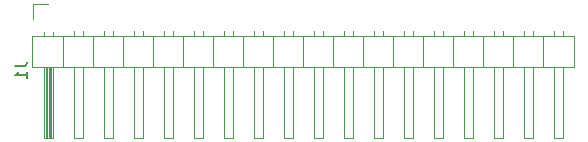
<source format=gbo>
G04 #@! TF.GenerationSoftware,KiCad,Pcbnew,7.0.9-7.0.9~ubuntu22.04.1*
G04 #@! TF.CreationDate,2023-11-21T00:20:31+01:00*
G04 #@! TF.ProjectId,dac-pcb,6461632d-7063-4622-9e6b-696361645f70,rev?*
G04 #@! TF.SameCoordinates,Original*
G04 #@! TF.FileFunction,Legend,Bot*
G04 #@! TF.FilePolarity,Positive*
%FSLAX46Y46*%
G04 Gerber Fmt 4.6, Leading zero omitted, Abs format (unit mm)*
G04 Created by KiCad (PCBNEW 7.0.9-7.0.9~ubuntu22.04.1) date 2023-11-21 00:20:31*
%MOMM*%
%LPD*%
G01*
G04 APERTURE LIST*
%ADD10C,0.150000*%
%ADD11C,0.120000*%
%ADD12R,1.700000X1.700000*%
%ADD13O,1.700000X1.700000*%
G04 APERTURE END LIST*
D10*
X126724819Y-36309666D02*
X127439104Y-36309666D01*
X127439104Y-36309666D02*
X127581961Y-36262047D01*
X127581961Y-36262047D02*
X127677200Y-36166809D01*
X127677200Y-36166809D02*
X127724819Y-36023952D01*
X127724819Y-36023952D02*
X127724819Y-35928714D01*
X127724819Y-37309666D02*
X127724819Y-36738238D01*
X127724819Y-37023952D02*
X126724819Y-37023952D01*
X126724819Y-37023952D02*
X126867676Y-36928714D01*
X126867676Y-36928714D02*
X126962914Y-36833476D01*
X126962914Y-36833476D02*
X127010533Y-36738238D01*
D11*
X128270000Y-30988000D02*
X128270000Y-32258000D01*
X129540000Y-30988000D02*
X128270000Y-30988000D01*
X131700000Y-33300929D02*
X131700000Y-33698000D01*
X132460000Y-33300929D02*
X132460000Y-33698000D01*
X134240000Y-33300929D02*
X134240000Y-33698000D01*
X135000000Y-33300929D02*
X135000000Y-33698000D01*
X136780000Y-33300929D02*
X136780000Y-33698000D01*
X137540000Y-33300929D02*
X137540000Y-33698000D01*
X139320000Y-33300929D02*
X139320000Y-33698000D01*
X140080000Y-33300929D02*
X140080000Y-33698000D01*
X141860000Y-33300929D02*
X141860000Y-33698000D01*
X142620000Y-33300929D02*
X142620000Y-33698000D01*
X144400000Y-33300929D02*
X144400000Y-33698000D01*
X145160000Y-33300929D02*
X145160000Y-33698000D01*
X146940000Y-33300929D02*
X146940000Y-33698000D01*
X147700000Y-33300929D02*
X147700000Y-33698000D01*
X149480000Y-33300929D02*
X149480000Y-33698000D01*
X150240000Y-33300929D02*
X150240000Y-33698000D01*
X152020000Y-33300929D02*
X152020000Y-33698000D01*
X152780000Y-33300929D02*
X152780000Y-33698000D01*
X154560000Y-33300929D02*
X154560000Y-33698000D01*
X155320000Y-33300929D02*
X155320000Y-33698000D01*
X157100000Y-33300929D02*
X157100000Y-33698000D01*
X157860000Y-33300929D02*
X157860000Y-33698000D01*
X159640000Y-33300929D02*
X159640000Y-33698000D01*
X160400000Y-33300929D02*
X160400000Y-33698000D01*
X162180000Y-33300929D02*
X162180000Y-33698000D01*
X162940000Y-33300929D02*
X162940000Y-33698000D01*
X164720000Y-33300929D02*
X164720000Y-33698000D01*
X165480000Y-33300929D02*
X165480000Y-33698000D01*
X167260000Y-33300929D02*
X167260000Y-33698000D01*
X168020000Y-33300929D02*
X168020000Y-33698000D01*
X169800000Y-33300929D02*
X169800000Y-33698000D01*
X170560000Y-33300929D02*
X170560000Y-33698000D01*
X172340000Y-33300929D02*
X172340000Y-33698000D01*
X173100000Y-33300929D02*
X173100000Y-33698000D01*
X129160000Y-33368000D02*
X129160000Y-33698000D01*
X129920000Y-33368000D02*
X129920000Y-33698000D01*
X128210000Y-33698000D02*
X174050000Y-33698000D01*
X130810000Y-33698000D02*
X130810000Y-36358000D01*
X133350000Y-33698000D02*
X133350000Y-36358000D01*
X135890000Y-33698000D02*
X135890000Y-36358000D01*
X138430000Y-33698000D02*
X138430000Y-36358000D01*
X140970000Y-33698000D02*
X140970000Y-36358000D01*
X143510000Y-33698000D02*
X143510000Y-36358000D01*
X146050000Y-33698000D02*
X146050000Y-36358000D01*
X148590000Y-33698000D02*
X148590000Y-36358000D01*
X151130000Y-33698000D02*
X151130000Y-36358000D01*
X153670000Y-33698000D02*
X153670000Y-36358000D01*
X156210000Y-33698000D02*
X156210000Y-36358000D01*
X158750000Y-33698000D02*
X158750000Y-36358000D01*
X161290000Y-33698000D02*
X161290000Y-36358000D01*
X163830000Y-33698000D02*
X163830000Y-36358000D01*
X166370000Y-33698000D02*
X166370000Y-36358000D01*
X168910000Y-33698000D02*
X168910000Y-36358000D01*
X171450000Y-33698000D02*
X171450000Y-36358000D01*
X174050000Y-33698000D02*
X174050000Y-36358000D01*
X128210000Y-36358000D02*
X128210000Y-33698000D01*
X129160000Y-36358000D02*
X129160000Y-42358000D01*
X129220000Y-36358000D02*
X129220000Y-42358000D01*
X129340000Y-36358000D02*
X129340000Y-42358000D01*
X129460000Y-36358000D02*
X129460000Y-42358000D01*
X129580000Y-36358000D02*
X129580000Y-42358000D01*
X129700000Y-36358000D02*
X129700000Y-42358000D01*
X129820000Y-36358000D02*
X129820000Y-42358000D01*
X131700000Y-36358000D02*
X131700000Y-42358000D01*
X134240000Y-36358000D02*
X134240000Y-42358000D01*
X136780000Y-36358000D02*
X136780000Y-42358000D01*
X139320000Y-36358000D02*
X139320000Y-42358000D01*
X141860000Y-36358000D02*
X141860000Y-42358000D01*
X144400000Y-36358000D02*
X144400000Y-42358000D01*
X146940000Y-36358000D02*
X146940000Y-42358000D01*
X149480000Y-36358000D02*
X149480000Y-42358000D01*
X152020000Y-36358000D02*
X152020000Y-42358000D01*
X154560000Y-36358000D02*
X154560000Y-42358000D01*
X157100000Y-36358000D02*
X157100000Y-42358000D01*
X159640000Y-36358000D02*
X159640000Y-42358000D01*
X162180000Y-36358000D02*
X162180000Y-42358000D01*
X164720000Y-36358000D02*
X164720000Y-42358000D01*
X167260000Y-36358000D02*
X167260000Y-42358000D01*
X169800000Y-36358000D02*
X169800000Y-42358000D01*
X172340000Y-36358000D02*
X172340000Y-42358000D01*
X174050000Y-36358000D02*
X128210000Y-36358000D01*
X129160000Y-42358000D02*
X129920000Y-42358000D01*
X129920000Y-42358000D02*
X129920000Y-36358000D01*
X131700000Y-42358000D02*
X132460000Y-42358000D01*
X132460000Y-42358000D02*
X132460000Y-36358000D01*
X134240000Y-42358000D02*
X135000000Y-42358000D01*
X135000000Y-42358000D02*
X135000000Y-36358000D01*
X136780000Y-42358000D02*
X137540000Y-42358000D01*
X137540000Y-42358000D02*
X137540000Y-36358000D01*
X139320000Y-42358000D02*
X140080000Y-42358000D01*
X140080000Y-42358000D02*
X140080000Y-36358000D01*
X141860000Y-42358000D02*
X142620000Y-42358000D01*
X142620000Y-42358000D02*
X142620000Y-36358000D01*
X144400000Y-42358000D02*
X145160000Y-42358000D01*
X145160000Y-42358000D02*
X145160000Y-36358000D01*
X146940000Y-42358000D02*
X147700000Y-42358000D01*
X147700000Y-42358000D02*
X147700000Y-36358000D01*
X149480000Y-42358000D02*
X150240000Y-42358000D01*
X150240000Y-42358000D02*
X150240000Y-36358000D01*
X152020000Y-42358000D02*
X152780000Y-42358000D01*
X152780000Y-42358000D02*
X152780000Y-36358000D01*
X154560000Y-42358000D02*
X155320000Y-42358000D01*
X155320000Y-42358000D02*
X155320000Y-36358000D01*
X157100000Y-42358000D02*
X157860000Y-42358000D01*
X157860000Y-42358000D02*
X157860000Y-36358000D01*
X159640000Y-42358000D02*
X160400000Y-42358000D01*
X160400000Y-42358000D02*
X160400000Y-36358000D01*
X162180000Y-42358000D02*
X162940000Y-42358000D01*
X162940000Y-42358000D02*
X162940000Y-36358000D01*
X164720000Y-42358000D02*
X165480000Y-42358000D01*
X165480000Y-42358000D02*
X165480000Y-36358000D01*
X167260000Y-42358000D02*
X168020000Y-42358000D01*
X168020000Y-42358000D02*
X168020000Y-36358000D01*
X169800000Y-42358000D02*
X170560000Y-42358000D01*
X170560000Y-42358000D02*
X170560000Y-36358000D01*
X172340000Y-42358000D02*
X173100000Y-42358000D01*
X173100000Y-42358000D02*
X173100000Y-36358000D01*
%LPC*%
D12*
X129540000Y-32258000D03*
D13*
X132080000Y-32258000D03*
X134620000Y-32258000D03*
X137160000Y-32258000D03*
X139700000Y-32258000D03*
X142240000Y-32258000D03*
X144780000Y-32258000D03*
X147320000Y-32258000D03*
X149860000Y-32258000D03*
X152400000Y-32258000D03*
X154940000Y-32258000D03*
X157480000Y-32258000D03*
X160020000Y-32258000D03*
X162560000Y-32258000D03*
X165100000Y-32258000D03*
X167640000Y-32258000D03*
X170180000Y-32258000D03*
X172720000Y-32258000D03*
%LPD*%
M02*

</source>
